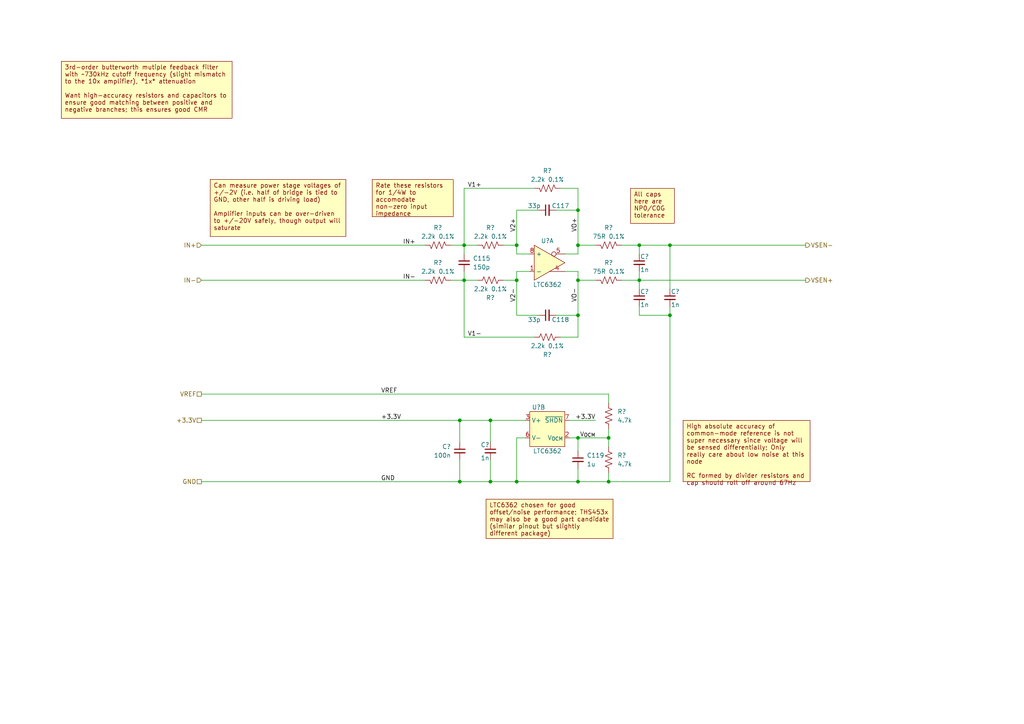
<source format=kicad_sch>
(kicad_sch (version 20230121) (generator eeschema)
  (paper "A4")
  (title_block (title "Shim Amplifier Prototype") (date "2023-08-01") (rev "A.1") (company "Ishaan Govindarajan"))
  (lib_symbols
    (symbol "Custom-AnalogIC:LTC6362"
      (property "Reference" "U" (at -2.54 6.35 0))
      (property "Value" "LTC6362" (at 0 -6.35 0))
      (symbol "LTC6362_1_1"
        (polyline (pts (xy -3.81 5.08) (xy -3.81 -5.08) (xy 5.08 0) (xy -3.81 5.08)) (fill (type background)))
        (pin input line (at -5.08 -2.54 0) (length 1.27) (name "-") (number "1"))
        (pin output line (at 5.08 -2.54 180) (length 4.445) (name "") (number "4"))
        (pin output inverted (at 5.08 2.54 180) (length 3.81) (name "") (number "5"))
        (pin input line (at -5.08 2.54 0) (length 1.27) (name "+") (number "8"))
      )
      (symbol "LTC6362_2_1"
        (rectangle (start -5.08 5.08) (end 5.08 -5.08) (fill (type background)))
        (pin input line (at 6.35 -2.54 180) (length 1.27) (name "V_{OCM}") (number "2"))
        (pin power_in line (at -6.35 2.54 0) (length 1.27) (name "V+") (number "3"))
        (pin power_in line (at -6.35 -2.54 0) (length 1.27) (name "V-") (number "6"))
        (pin input line (at 6.35 2.54 180) (length 1.27) (name "~{SHDN}") (number "7"))
      )
    )
    (symbol "Custom-Capacitor:CL10B102KB8NNNC" (pin_numbers hide) (pin_names (offset 0.254) hide)
      (property "Reference" "C" (at 0.254 1.778 0))
      (property "Value" "1n" (at 0.254 -2.032 0))
      (symbol "CL10B102KB8NNNC_0_1"
        (polyline (pts (xy -1.524 -0.508) (xy 1.524 -0.508)) (stroke (width 0.3302)))
        (polyline (pts (xy -1.524 0.508) (xy 1.524 0.508)) (stroke (width 0.3048)))
      )
      (symbol "CL10B102KB8NNNC_1_1"
        (pin passive line (at 0 2.54 270) (length 2.032) (name "~") (number "1"))
        (pin passive line (at 0 -2.54 90) (length 2.032) (name "~") (number "2"))
      )
    )
    (symbol "Custom-Capacitor:CL10B104KB8NNWC" (pin_numbers hide) (pin_names (offset 0.254) hide)
      (property "Reference" "C" (at 0.254 1.778 0))
      (property "Value" "100n" (at 0.254 -2.032 0))
      (symbol "CL10B104KB8NNWC_0_1"
        (polyline (pts (xy -1.524 -0.508) (xy 1.524 -0.508)) (stroke (width 0.3302)))
        (polyline (pts (xy -1.524 0.508) (xy 1.524 0.508)) (stroke (width 0.3048)))
      )
      (symbol "CL10B104KB8NNWC_1_1"
        (pin passive line (at 0 2.54 270) (length 2.032) (name "~") (number "1"))
        (pin passive line (at 0 -2.54 90) (length 2.032) (name "~") (number "2"))
      )
    )
    (symbol "Custom-Capacitor:CL21B105KBFNNNG" (pin_numbers hide) (pin_names (offset 0.254) hide)
      (property "Reference" "C" (at 0.254 1.778 0))
      (property "Value" "1u" (at 0.254 -2.032 0))
      (symbol "CL21B105KBFNNNG_0_1"
        (polyline (pts (xy -1.524 -0.508) (xy 1.524 -0.508)) (stroke (width 0.3302)))
        (polyline (pts (xy -1.524 0.508) (xy 1.524 0.508)) (stroke (width 0.3048)))
      )
      (symbol "CL21B105KBFNNNG_1_1"
        (pin passive line (at 0 2.54 270) (length 2.032) (name "~") (number "1"))
        (pin passive line (at 0 -2.54 90) (length 2.032) (name "~") (number "2"))
      )
    )
    (symbol "Custom-Capacitor:GCM1885C2A151JA16D" (pin_numbers hide) (pin_names (offset 0.254) hide)
      (property "Reference" "C" (at 0.254 1.778 0))
      (property "Value" "150p" (at 0.254 -2.032 0))
      (symbol "GCM1885C2A151JA16D_0_1"
        (polyline (pts (xy -1.524 -0.508) (xy 1.524 -0.508)) (stroke (width 0.3302)))
        (polyline (pts (xy -1.524 0.508) (xy 1.524 0.508)) (stroke (width 0.3048)))
      )
      (symbol "GCM1885C2A151JA16D_1_1"
        (pin passive line (at 0 2.54 270) (length 2.032) (name "~") (number "1"))
        (pin passive line (at 0 -2.54 90) (length 2.032) (name "~") (number "2"))
      )
    )
    (symbol "Custom-Capacitor:GCM1885C2A330JA16D" (pin_numbers hide) (pin_names (offset 0.254) hide)
      (property "Reference" "C" (at 0.254 1.778 0))
      (property "Value" "33p" (at 0.254 -2.032 0))
      (symbol "GCM1885C2A330JA16D_0_1"
        (polyline (pts (xy -1.524 -0.508) (xy 1.524 -0.508)) (stroke (width 0.3302)))
        (polyline (pts (xy -1.524 0.508) (xy 1.524 0.508)) (stroke (width 0.3048)))
      )
      (symbol "GCM1885C2A330JA16D_1_1"
        (pin passive line (at 0 2.54 270) (length 2.032) (name "~") (number "1"))
        (pin passive line (at 0 -2.54 90) (length 2.032) (name "~") (number "2"))
      )
    )
    (symbol "Custom-Resistor:RMCF0603FT4K70" (pin_numbers hide) (pin_names (offset 0))
      (property "Reference" "R" (at 2.54 0 90))
      (property "Value" "4.7k" (at -2.54 0 90))
      (symbol "RMCF0603FT4K70_0_1"
        (polyline (pts (xy 0 -2.286) (xy 0 -2.54)))
        (polyline (pts (xy 0 2.286) (xy 0 2.54)))
        (polyline (pts (xy 0 -0.762) (xy 1.016 -1.143) (xy 0 -1.524) (xy -1.016 -1.905) (xy 0 -2.286)))
        (polyline (pts (xy 0 0.762) (xy 1.016 0.381) (xy 0 0) (xy -1.016 -0.381) (xy 0 -0.762)))
        (polyline (pts (xy 0 2.286) (xy 1.016 1.905) (xy 0 1.524) (xy -1.016 1.143) (xy 0 0.762)))
      )
      (symbol "RMCF0603FT4K70_1_1"
        (pin passive line (at 0 3.81 270) (length 1.27) (name "~") (number "1"))
        (pin passive line (at 0 -3.81 90) (length 1.27) (name "~") (number "2"))
      )
    )
    (symbol "Custom-Resistor:RN73R1JTTD75R0B25" (pin_numbers hide) (pin_names (offset 0))
      (property "Reference" "R" (at 2.54 0 90))
      (property "Value" "75R 0.1%" (at -2.54 0 90))
      (symbol "RN73R1JTTD75R0B25_0_1"
        (polyline (pts (xy 0 -2.286) (xy 0 -2.54)))
        (polyline (pts (xy 0 2.286) (xy 0 2.54)))
        (polyline (pts (xy 0 -0.762) (xy 1.016 -1.143) (xy 0 -1.524) (xy -1.016 -1.905) (xy 0 -2.286)))
        (polyline (pts (xy 0 0.762) (xy 1.016 0.381) (xy 0 0) (xy -1.016 -0.381) (xy 0 -0.762)))
        (polyline (pts (xy 0 2.286) (xy 1.016 1.905) (xy 0 1.524) (xy -1.016 1.143) (xy 0 0.762)))
      )
      (symbol "RN73R1JTTD75R0B25_1_1"
        (pin passive line (at 0 3.81 270) (length 1.27) (name "~") (number "1"))
        (pin passive line (at 0 -3.81 90) (length 1.27) (name "~") (number "2"))
      )
    )
    (symbol "Custom-Resistor:RN73R2BTTD2201B25" (pin_numbers hide) (pin_names (offset 0))
      (property "Reference" "R" (at 2.54 0 90))
      (property "Value" "2.2k 0.1%" (at -2.54 0 90))
      (symbol "RN73R2BTTD2201B25_0_1"
        (polyline (pts (xy 0 -2.286) (xy 0 -2.54)))
        (polyline (pts (xy 0 2.286) (xy 0 2.54)))
        (polyline (pts (xy 0 -0.762) (xy 1.016 -1.143) (xy 0 -1.524) (xy -1.016 -1.905) (xy 0 -2.286)))
        (polyline (pts (xy 0 0.762) (xy 1.016 0.381) (xy 0 0) (xy -1.016 -0.381) (xy 0 -0.762)))
        (polyline (pts (xy 0 2.286) (xy 1.016 1.905) (xy 0 1.524) (xy -1.016 1.143) (xy 0 0.762)))
      )
      (symbol "RN73R2BTTD2201B25_1_1"
        (pin passive line (at 0 3.81 270) (length 1.27) (name "~") (number "1"))
        (pin passive line (at 0 -3.81 90) (length 1.27) (name "~") (number "2"))
      )
    )
  )
  (junction (at 133.35 139.7))
  (junction (at 167.64 139.7))
  (junction (at 133.35 121.92))
  (junction (at 142.24 121.92))
  (junction (at 134.62 81.28))
  (junction (at 167.64 71.12))
  (junction (at 167.64 81.28))
  (junction (at 142.24 139.7))
  (junction (at 194.31 71.12))
  (junction (at 167.64 60.96))
  (junction (at 185.42 81.28))
  (junction (at 149.86 81.28))
  (junction (at 176.53 139.7))
  (junction (at 167.64 127))
  (junction (at 176.53 127))
  (junction (at 134.62 71.12))
  (junction (at 194.31 91.44))
  (junction (at 149.86 139.7))
  (junction (at 185.42 71.12))
  (junction (at 167.64 91.44))
  (junction (at 149.86 71.12))
  (wire (pts (xy 194.31 88.9) (xy 194.31 91.44)))
  (wire (pts (xy 153.67 73.66) (xy 149.86 73.66)))
  (wire (pts (xy 134.62 97.79) (xy 134.62 81.28)))
  (wire (pts (xy 149.86 60.96) (xy 156.21 60.96)))
  (wire (pts (xy 185.42 78.74) (xy 185.42 81.28)))
  (wire (pts (xy 133.35 121.92) (xy 133.35 128.27)))
  (wire (pts (xy 167.64 135.89) (xy 167.64 139.7)))
  (wire (pts (xy 134.62 71.12) (xy 130.81 71.12)))
  (wire (pts (xy 167.64 97.79) (xy 167.64 91.44)))
  (wire (pts (xy 185.42 71.12) (xy 185.42 73.66)))
  (wire (pts (xy 167.64 60.96) (xy 161.29 60.96)))
  (wire (pts (xy 185.42 81.28) (xy 185.42 83.82)))
  (wire (pts (xy 176.53 127) (xy 176.53 129.54)))
  (wire (pts (xy 185.42 91.44) (xy 194.31 91.44)))
  (wire (pts (xy 149.86 127) (xy 152.4 127)))
  (wire (pts (xy 142.24 139.7) (xy 149.86 139.7)))
  (wire (pts (xy 176.53 137.16) (xy 176.53 139.7)))
  (wire (pts (xy 149.86 78.74) (xy 149.86 81.28)))
  (wire (pts (xy 167.64 71.12) (xy 167.64 73.66)))
  (wire (pts (xy 154.94 54.61) (xy 134.62 54.61)))
  (wire (pts (xy 167.64 54.61) (xy 167.64 60.96)))
  (wire (pts (xy 194.31 91.44) (xy 194.31 139.7)))
  (wire (pts (xy 149.86 139.7) (xy 167.64 139.7)))
  (wire (pts (xy 185.42 71.12) (xy 194.31 71.12)))
  (wire (pts (xy 149.86 71.12) (xy 149.86 73.66)))
  (wire (pts (xy 58.42 71.12) (xy 123.19 71.12)))
  (wire (pts (xy 58.42 81.28) (xy 123.19 81.28)))
  (wire (pts (xy 176.53 139.7) (xy 194.31 139.7)))
  (wire (pts (xy 138.43 71.12) (xy 134.62 71.12)))
  (wire (pts (xy 154.94 97.79) (xy 134.62 97.79)))
  (wire (pts (xy 149.86 71.12) (xy 149.86 60.96)))
  (wire (pts (xy 167.64 127) (xy 167.64 130.81)))
  (wire (pts (xy 142.24 121.92) (xy 152.4 121.92)))
  (wire (pts (xy 134.62 71.12) (xy 134.62 73.66)))
  (wire (pts (xy 167.64 78.74) (xy 163.83 78.74)))
  (wire (pts (xy 133.35 121.92) (xy 142.24 121.92)))
  (wire (pts (xy 134.62 81.28) (xy 130.81 81.28)))
  (wire (pts (xy 134.62 78.74) (xy 134.62 81.28)))
  (wire (pts (xy 133.35 139.7) (xy 142.24 139.7)))
  (wire (pts (xy 194.31 71.12) (xy 194.31 83.82)))
  (wire (pts (xy 185.42 88.9) (xy 185.42 91.44)))
  (wire (pts (xy 185.42 81.28) (xy 180.34 81.28)))
  (wire (pts (xy 167.64 54.61) (xy 162.56 54.61)))
  (wire (pts (xy 167.64 91.44) (xy 167.64 81.28)))
  (wire (pts (xy 172.72 81.28) (xy 167.64 81.28)))
  (wire (pts (xy 165.1 127) (xy 167.64 127)))
  (wire (pts (xy 138.43 81.28) (xy 134.62 81.28)))
  (wire (pts (xy 58.42 121.92) (xy 133.35 121.92)))
  (wire (pts (xy 167.64 60.96) (xy 167.64 71.12)))
  (wire (pts (xy 149.86 71.12) (xy 146.05 71.12)))
  (wire (pts (xy 167.64 81.28) (xy 167.64 78.74)))
  (wire (pts (xy 167.64 127) (xy 176.53 127)))
  (wire (pts (xy 134.62 54.61) (xy 134.62 71.12)))
  (wire (pts (xy 149.86 139.7) (xy 149.86 127)))
  (wire (pts (xy 149.86 91.44) (xy 156.21 91.44)))
  (wire (pts (xy 58.42 114.3) (xy 176.53 114.3)))
  (wire (pts (xy 142.24 133.35) (xy 142.24 139.7)))
  (wire (pts (xy 167.64 91.44) (xy 161.29 91.44)))
  (wire (pts (xy 58.42 139.7) (xy 133.35 139.7)))
  (wire (pts (xy 233.68 81.28) (xy 185.42 81.28)))
  (wire (pts (xy 165.1 121.92) (xy 172.72 121.92)))
  (wire (pts (xy 176.53 116.84) (xy 176.53 114.3)))
  (wire (pts (xy 167.64 139.7) (xy 176.53 139.7)))
  (wire (pts (xy 185.42 71.12) (xy 180.34 71.12)))
  (wire (pts (xy 149.86 81.28) (xy 149.86 91.44)))
  (wire (pts (xy 194.31 71.12) (xy 233.68 71.12)))
  (wire (pts (xy 133.35 133.35) (xy 133.35 139.7)))
  (wire (pts (xy 167.64 97.79) (xy 162.56 97.79)))
  (wire (pts (xy 149.86 81.28) (xy 146.05 81.28)))
  (wire (pts (xy 167.64 73.66) (xy 163.83 73.66)))
  (wire (pts (xy 153.67 78.74) (xy 149.86 78.74)))
  (wire (pts (xy 172.72 71.12) (xy 167.64 71.12)))
  (wire (pts (xy 142.24 121.92) (xy 142.24 128.27)))
  (wire (pts (xy 176.53 127) (xy 176.53 124.46)))
  (text_box "All caps here are NP0/C0G tolerance\n" (at 182.88 54.61 0) (size 12.7 10.16) (stroke (width 0) (color 132 0 0 1)) (fill (type color) (color 255 255 194 1)) (effects (font (size 1.27 1.27)) (justify left top)))
  (text_box "LTC6362 chosen for good offset/noise performance; THS453x may also be a good part candidate (similar pinout but slightly different package)\n" (at 140.97 144.78 0) (size 36.83 11.43) (stroke (width 0) (color 132 0 0 1)) (fill (type color) (color 255 255 194 1)) (effects (font (size 1.27 1.27)) (justify left top)))
  (text_box "Rate these resistors for 1/4W to accomodate non-zero input impedance" (at 107.95 52.07 0) (size 23.495 10.795) (stroke (width 0) (color 132 0 0 1)) (fill (type color) (color 255 255 194 1)) (effects (font (size 1.27 1.27)) (justify left top)))
  (text_box "Can measure power stage voltages of +/-2V (i.e. half of bridge is tied to GND, other half is driving load)\n\nAmplifier inputs can be over-driven to +/-20V safely, though output will saturate" (at 60.96 52.07 0) (size 39.37 16.51) (stroke (width 0) (color 132 0 0 1)) (fill (type color) (color 255 255 194 1)) (effects (font (size 1.27 1.27)) (justify left top)))
  (text_box "3rd-order butterworth mutiple feedback filter with ~730kHz cutoff frequency (slight mismatch to the 10x amplifier), *1x* attenuation\n\nWant high-accuracy resistors and capacitors to ensure good matching between positive and negative branches; this ensures good CMR" (at 17.78 17.78 0) (size 49.53 16.51) (stroke (width 0) (color 132 0 0 1)) (fill (type color) (color 255 255 194 1)) (effects (font (size 1.27 1.27)) (justify left top)))
  (text_box "High absolute accuracy of common-mode reference is not super necessary since voltage will be sensed differentially; Only really care about low noise at this node\n\nRC formed by divider resistors and cap should roll off around 67Hz\n" (at 198.12 121.92 0) (size 36.83 17.78) (stroke (width 0) (color 132 0 0 1)) (fill (type color) (color 255 255 194 1)) (effects (font (size 1.27 1.27)) (justify left top)))
  (label "V1+" (at 139.7 54.61 180))
  (label "V2-" (at 149.86 87.63 90))
  (label "V_{OCM}" (at 172.72 127 180))
  (label "+3.3V" (at 172.72 121.92 180))
  (label "GND" (at 110.49 139.7 0))
  (label "V1-" (at 139.7 97.79 180))
  (label "IN+" (at 116.84 71.12 0))
  (label "V2+" (at 149.86 67.31 90))
  (label "VO-" (at 167.64 87.63 90))
  (label "VO+" (at 167.64 67.31 90))
  (label "IN-" (at 116.84 81.28 0))
  (label "VREF" (at 110.49 114.3 0))
  (label "+3.3V" (at 110.49 121.92 0))
  (hierarchical_label "VSEN+" (shape output) (at 233.68 81.28 0))
  (hierarchical_label "GND" (shape passive) (at 58.42 139.7 180))
  (hierarchical_label "VREF" (shape passive) (at 58.42 114.3 180))
  (hierarchical_label "VSEN-" (shape output) (at 233.68 71.12 0))
  (hierarchical_label "IN-" (shape input) (at 58.42 81.28 180))
  (hierarchical_label "+3.3V" (shape passive) (at 58.42 121.92 180))
  (hierarchical_label "IN+" (shape input) (at 58.42 71.12 180))
  (symbol (lib_id "Custom-Resistor:RN73R1JTTD75R0B25") (at 176.53 81.28 270) (mirror x) (unit 1)
    (property "Reference" "R?" (at 176.53 76.2 90))
    (property "Value" "75R 0.1%" (at 176.53 78.74 90))
    (property "Footprint" "Resistor_SMD:R_0603_1608Metric_Pad0.98x0.95mm_HandSolder" (effects hide))
    (property "Datasheet" "https://www.koaspeer.com/pdfs/RN73R.pdf" (effects hide))
    (property "Manufacturer" "KOA Speer Electronics, Inc." (effects hide))
    (property "Part Number" "RN73R1JTTD75R0B25" (effects hide))
    (instances (project "Class-D Prorotype RevB2" (path "" (reference "R?") (unit 1)) (path "" (reference "R?") (unit 1)) (path "" (reference "R42") (unit 1))))
  )
  (symbol (lib_id "Custom-Capacitor:CL21B105KBFNNNG") (at 167.64 133.35 0) (unit 1)
    (property "Reference" "C119" (at 170.18 132.0863 0) (effects (justify left)))
    (property "Value" "1u" (at 170.18 134.6263 0) (effects (justify left)))
    (property "Footprint" "Capacitor_SMD:C_0805_2012Metric_Pad1.18x1.45mm_HandSolder" (effects hide))
    (property "Datasheet" "https://media.digikey.com/pdf/Data%20Sheets/Samsung%20PDFs/CL21B105KBFNNNG_Spec.pdf" (effects hide))
    (property "Manufacturer" "Samsung Electro-Mechanics" (effects hide))
    (property "Part Number" "CL21B105KBFNNNG" (effects hide))
  )
  (symbol (lib_id "Custom-Resistor:RMCF0603FT4K70") (at 176.53 120.65 0) (unit 1)
    (property "Reference" "R?" (at 179.07 119.38 0) (effects (justify left)))
    (property "Value" "4.7k" (at 179.07 121.92 0) (effects (justify left)))
    (property "Footprint" "Resistor_SMD:R_0603_1608Metric_Pad0.98x0.95mm_HandSolder" (effects hide))
    (property "Datasheet" "https://www.seielect.com/Catalog/SEI-RMCF_RMCP.pdf" (effects hide))
    (property "Manufacturer" "Stackpole Electronics Inc" (effects hide))
    (property "Part Number" "RMCF0603FT4K70" (effects hide))
    (instances (project "Class-D Prorotype RevB2" (path "" (reference "R?") (unit 1)) (path "" (reference "R43") (unit 1))))
  )
  (symbol (lib_id "Custom-AnalogIC:LTC6362") (at 158.75 124.46 0) (unit 2)
    (property "Reference" "U?" (at 156.21 118.11 0))
    (property "Value" "LTC6362" (at 158.75 130.81 0))
    (property "Footprint" "Package_SO:MSOP-8_3x3mm_P0.65mm" (effects hide))
    (property "Datasheet" "https://www.analog.com/media/en/technical-documentation/data-sheets/6362fa.pdf" (effects hide))
    (property "Manufacturer" "Analog Devices Inc." (effects hide))
    (property "Part Number" "LTC6362CMS8#TRPBF" (effects hide))
    (instances (project "Class-D Prorotype RevB2" (path "" (reference "U?") (unit 2)) (path "" (reference "U?") (unit 2)) (path "" (reference "U7") (unit 2))))
  )
  (symbol (lib_id "Custom-Resistor:RN73R2BTTD2201B25") (at 127 81.28 270) (mirror x) (unit 1)
    (property "Reference" "R?" (at 127 76.2 90))
    (property "Value" "2.2k 0.1%" (at 127 78.74 90))
    (property "Footprint" "Resistor_SMD:R_1206_3216Metric_Pad1.30x1.75mm_HandSolder" (effects hide))
    (property "Datasheet" "https://www.koaspeer.com/pdfs/RN73R.pdf" (effects hide))
    (property "Manufacturer" "KOA Speer Electronics, Inc." (effects hide))
    (property "Part Number" "RN73R2BTTD2201B25" (effects hide))
    (instances (project "Class-D Prorotype RevB2" (path "" (reference "R?") (unit 1)) (path "" (reference "R?") (unit 1)) (path "" (reference "R36") (unit 1))))
  )
  (symbol (lib_id "Custom-Resistor:RN73R2BTTD2201B25") (at 142.24 71.12 270) (mirror x) (unit 1)
    (property "Reference" "R?" (at 142.24 66.04 90))
    (property "Value" "2.2k 0.1%" (at 142.24 68.58 90))
    (property "Footprint" "Resistor_SMD:R_1206_3216Metric_Pad1.30x1.75mm_HandSolder" (effects hide))
    (property "Datasheet" "https://www.koaspeer.com/pdfs/RN73R.pdf" (effects hide))
    (property "Manufacturer" "KOA Speer Electronics, Inc." (effects hide))
    (property "Part Number" "RN73R2BTTD2201B25" (effects hide))
    (instances (project "Class-D Prorotype RevB2" (path "" (reference "R?") (unit 1)) (path "" (reference "R?") (unit 1)) (path "" (reference "R37") (unit 1))))
  )
  (symbol (lib_id "Custom-Capacitor:CL10B102KB8NNNC") (at 142.24 130.81 0) (mirror y) (unit 1)
    (property "Reference" "C?" (at 141.986 129.032 0) (effects (justify left)))
    (property "Value" "1n" (at 141.986 132.842 0) (effects (justify left)))
    (property "Footprint" "Capacitor_SMD:C_0603_1608Metric_Pad1.08x0.95mm_HandSolder" (effects hide))
    (property "Datasheet" "https://product.samsungsem.com/mlcc/CL10B102KB8NNN.do" (effects hide))
    (property "Manufacturer" "Samsung Electro-Mechanics" (effects hide))
    (property "Part Number" "CL10B102KB8NNNC" (effects hide))
    (instances (project "Class-D Prorotype RevB2" (path "" (reference "C?") (unit 1)) (path "" (reference "C?") (unit 1)) (path "" (reference "C116") (unit 1))))
  )
  (symbol (lib_id "Custom-AnalogIC:LTC6362") (at 158.75 76.2 0) (unit 1)
    (property "Reference" "U?" (at 158.75 69.85 0))
    (property "Value" "LTC6362" (at 158.75 82.55 0))
    (property "Footprint" "Package_SO:MSOP-8_3x3mm_P0.65mm" (effects hide))
    (property "Datasheet" "https://www.analog.com/media/en/technical-documentation/data-sheets/6362fa.pdf" (effects hide))
    (property "Manufacturer" "Analog Devices Inc." (effects hide))
    (property "Part Number" "LTC6362CMS8#TRPBF" (effects hide))
    (instances (project "Class-D Prorotype RevB2" (path "" (reference "U?") (unit 1)) (path "" (reference "U?") (unit 1)) (path "" (reference "U7") (unit 1))))
  )
  (symbol (lib_id "Custom-Resistor:RN73R2BTTD2201B25") (at 158.75 54.61 270) (mirror x) (unit 1)
    (property "Reference" "R?" (at 158.75 49.53 90))
    (property "Value" "2.2k 0.1%" (at 158.75 52.07 90))
    (property "Footprint" "Resistor_SMD:R_1206_3216Metric_Pad1.30x1.75mm_HandSolder" (effects hide))
    (property "Datasheet" "https://www.koaspeer.com/pdfs/RN73R.pdf" (effects hide))
    (property "Manufacturer" "KOA Speer Electronics, Inc." (effects hide))
    (property "Part Number" "RN73R2BTTD2201B25" (effects hide))
    (instances (project "Class-D Prorotype RevB2" (path "" (reference "R?") (unit 1)) (path "" (reference "R?") (unit 1)) (path "" (reference "R39") (unit 1))))
  )
  (symbol (lib_id "Custom-Capacitor:CL10B102KB8NNNC") (at 194.31 86.36 0) (unit 1)
    (property "Reference" "C?" (at 194.564 84.582 0) (effects (justify left)))
    (property "Value" "1n" (at 194.564 88.392 0) (effects (justify left)))
    (property "Footprint" "Capacitor_SMD:C_0603_1608Metric_Pad1.08x0.95mm_HandSolder" (effects hide))
    (property "Datasheet" "https://product.samsungsem.com/mlcc/CL10B102KB8NNN.do" (effects hide))
    (property "Manufacturer" "Samsung Electro-Mechanics" (effects hide))
    (property "Part Number" "CL10B102KB8NNNC" (effects hide))
    (instances (project "Class-D Prorotype RevB2" (path "" (reference "C?") (unit 1)) (path "" (reference "C?") (unit 1)) (path "" (reference "C122") (unit 1))))
  )
  (symbol (lib_id "Custom-Resistor:RN73R1JTTD75R0B25") (at 176.53 71.12 270) (mirror x) (unit 1)
    (property "Reference" "R?" (at 176.53 66.04 90))
    (property "Value" "75R 0.1%" (at 176.53 68.58 90))
    (property "Footprint" "Resistor_SMD:R_0603_1608Metric_Pad0.98x0.95mm_HandSolder" (effects hide))
    (property "Datasheet" "https://www.koaspeer.com/pdfs/RN73R.pdf" (effects hide))
    (property "Manufacturer" "KOA Speer Electronics, Inc." (effects hide))
    (property "Part Number" "RN73R1JTTD75R0B25" (effects hide))
    (instances (project "Class-D Prorotype RevB2" (path "" (reference "R?") (unit 1)) (path "" (reference "R?") (unit 1)) (path "" (reference "R41") (unit 1))))
  )
  (symbol (lib_id "Custom-Capacitor:CL10B102KB8NNNC") (at 185.42 86.36 0) (unit 1)
    (property "Reference" "C?" (at 185.674 84.582 0) (effects (justify left)))
    (property "Value" "1n" (at 185.674 88.392 0) (effects (justify left)))
    (property "Footprint" "Capacitor_SMD:C_0603_1608Metric_Pad1.08x0.95mm_HandSolder" (effects hide))
    (property "Datasheet" "https://product.samsungsem.com/mlcc/CL10B102KB8NNN.do" (effects hide))
    (property "Manufacturer" "Samsung Electro-Mechanics" (effects hide))
    (property "Part Number" "CL10B102KB8NNNC" (effects hide))
    (instances (project "Class-D Prorotype RevB2" (path "" (reference "C?") (unit 1)) (path "" (reference "C?") (unit 1)) (path "" (reference "C121") (unit 1))))
  )
  (symbol (lib_id "Custom-Capacitor:CL10B104KB8NNWC") (at 133.35 130.81 0) (unit 1)
    (property "Reference" "C?" (at 130.81 129.5463 0) (effects (justify right)))
    (property "Value" "100n" (at 130.81 132.0863 0) (effects (justify right)))
    (property "Footprint" "Capacitor_SMD:C_0603_1608Metric_Pad1.08x0.95mm_HandSolder" (effects hide))
    (property "Datasheet" "https://product.samsungsem.com/mlcc/CL31B106KAHNFN.do" (effects hide))
    (property "Manufacturer" "Samsung Electro-Mechanics" (effects hide))
    (property "Part Number" "CL10B104KB8NNWC" (effects hide))
    (instances (project "Class-D Prorotype RevB2" (path "" (reference "C?") (unit 1)) (path "" (reference "C?") (unit 1)) (path "" (reference "C114") (unit 1))))
  )
  (symbol (lib_id "Custom-Resistor:RN73R2BTTD2201B25") (at 142.24 81.28 270) (unit 1)
    (property "Reference" "R?" (at 142.24 86.36 90))
    (property "Value" "2.2k 0.1%" (at 142.24 83.82 90))
    (property "Footprint" "Resistor_SMD:R_1206_3216Metric_Pad1.30x1.75mm_HandSolder" (effects hide))
    (property "Datasheet" "https://www.koaspeer.com/pdfs/RN73R.pdf" (effects hide))
    (property "Manufacturer" "KOA Speer Electronics, Inc." (effects hide))
    (property "Part Number" "RN73R2BTTD2201B25" (effects hide))
    (instances (project "Class-D Prorotype RevB2" (path "" (reference "R?") (unit 1)) (path "" (reference "R?") (unit 1)) (path "" (reference "R38") (unit 1))))
  )
  (symbol (lib_id "Custom-Resistor:RN73R2BTTD2201B25") (at 127 71.12 270) (mirror x) (unit 1)
    (property "Reference" "R?" (at 127 66.04 90))
    (property "Value" "2.2k 0.1%" (at 127 68.58 90))
    (property "Footprint" "Resistor_SMD:R_1206_3216Metric_Pad1.30x1.75mm_HandSolder" (effects hide))
    (property "Datasheet" "https://www.koaspeer.com/pdfs/RN73R.pdf" (effects hide))
    (property "Manufacturer" "KOA Speer Electronics, Inc." (effects hide))
    (property "Part Number" "RN73R2BTTD2201B25" (effects hide))
    (instances (project "Class-D Prorotype RevB2" (path "" (reference "R?") (unit 1)) (path "" (reference "R?") (unit 1)) (path "" (reference "R35") (unit 1))))
  )
  (symbol (lib_id "Custom-Capacitor:CL10B102KB8NNNC") (at 185.42 76.2 0) (unit 1)
    (property "Reference" "C?" (at 185.674 74.422 0) (effects (justify left)))
    (property "Value" "1n" (at 185.674 78.232 0) (effects (justify left)))
    (property "Footprint" "Capacitor_SMD:C_0603_1608Metric_Pad1.08x0.95mm_HandSolder" (effects hide))
    (property "Datasheet" "https://product.samsungsem.com/mlcc/CL10B102KB8NNN.do" (effects hide))
    (property "Manufacturer" "Samsung Electro-Mechanics" (effects hide))
    (property "Part Number" "CL10B102KB8NNNC" (effects hide))
    (instances (project "Class-D Prorotype RevB2" (path "" (reference "C?") (unit 1)) (path "" (reference "C?") (unit 1)) (path "" (reference "C120") (unit 1))))
  )
  (symbol (lib_id "Custom-Resistor:RMCF0603FT4K70") (at 176.53 133.35 0) (unit 1)
    (property "Reference" "R?" (at 179.07 132.08 0) (effects (justify left)))
    (property "Value" "4.7k" (at 179.07 134.62 0) (effects (justify left)))
    (property "Footprint" "Resistor_SMD:R_0603_1608Metric_Pad0.98x0.95mm_HandSolder" (effects hide))
    (property "Datasheet" "https://www.seielect.com/Catalog/SEI-RMCF_RMCP.pdf" (effects hide))
    (property "Manufacturer" "Stackpole Electronics Inc" (effects hide))
    (property "Part Number" "RMCF0603FT4K70" (effects hide))
    (instances (project "Class-D Prorotype RevB2" (path "" (reference "R?") (unit 1)) (path "" (reference "R44") (unit 1))))
  )
  (symbol (lib_id "Custom-Capacitor:GCM1885C2A151JA16D") (at 134.62 76.2 0) (unit 1)
    (property "Reference" "C115" (at 137.16 74.9363 0) (effects (justify left)))
    (property "Value" "150p" (at 137.16 77.4763 0) (effects (justify left)))
    (property "Footprint" "Capacitor_SMD:C_0603_1608Metric_Pad1.08x0.95mm_HandSolder" (effects hide))
    (property "Datasheet" "https://search.murata.co.jp/Ceramy/image/img/A01X/G101/ENG/GCM1885C2A151JA16-01.pdf" (effects hide))
    (property "Manufacturer" "Murata Electronics" (effects hide))
    (property "Part Number" "GCM1885C2A151JA16D" (effects hide))
  )
  (symbol (lib_id "Custom-Capacitor:GCM1885C2A330JA16D") (at 158.75 60.96 90) (unit 1)
    (property "Reference" "C117" (at 162.56 59.69 90))
    (property "Value" "33p" (at 154.94 59.69 90))
    (property "Footprint" "Capacitor_SMD:C_0603_1608Metric_Pad1.08x0.95mm_HandSolder" (effects hide))
    (property "Datasheet" "https://www.murata.com/-/media/webrenewal/support/library/catalog/products/k35e.ashx?la=en-us&cvid=20200508021757000000" (effects hide))
    (property "Manufacturer" "Murata Electronics" (effects hide))
    (property "Part Number" "GCM1885C2A330JA16D" (effects hide))
  )
  (symbol (lib_id "Custom-Resistor:RN73R2BTTD2201B25") (at 158.75 97.79 270) (unit 1)
    (property "Reference" "R?" (at 158.75 102.87 90))
    (property "Value" "2.2k 0.1%" (at 158.75 100.33 90))
    (property "Footprint" "Resistor_SMD:R_1206_3216Metric_Pad1.30x1.75mm_HandSolder" (effects hide))
    (property "Datasheet" "https://www.koaspeer.com/pdfs/RN73R.pdf" (effects hide))
    (property "Manufacturer" "KOA Speer Electronics, Inc." (effects hide))
    (property "Part Number" "RN73R2BTTD2201B25" (effects hide))
    (instances (project "Class-D Prorotype RevB2" (path "" (reference "R?") (unit 1)) (path "" (reference "R?") (unit 1)) (path "" (reference "R40") (unit 1))))
  )
  (symbol (lib_id "Custom-Capacitor:GCM1885C2A330JA16D") (at 158.75 91.44 90) (mirror x) (unit 1)
    (property "Reference" "C118" (at 162.56 92.71 90))
    (property "Value" "33p" (at 154.94 92.71 90))
    (property "Footprint" "Capacitor_SMD:C_0603_1608Metric_Pad1.08x0.95mm_HandSolder" (effects hide))
    (property "Datasheet" "https://www.murata.com/-/media/webrenewal/support/library/catalog/products/k35e.ashx?la=en-us&cvid=20200508021757000000" (effects hide))
    (property "Manufacturer" "Murata Electronics" (effects hide))
    (property "Part Number" "GCM1885C2A330JA16D" (effects hide))
  )
)
</source>
